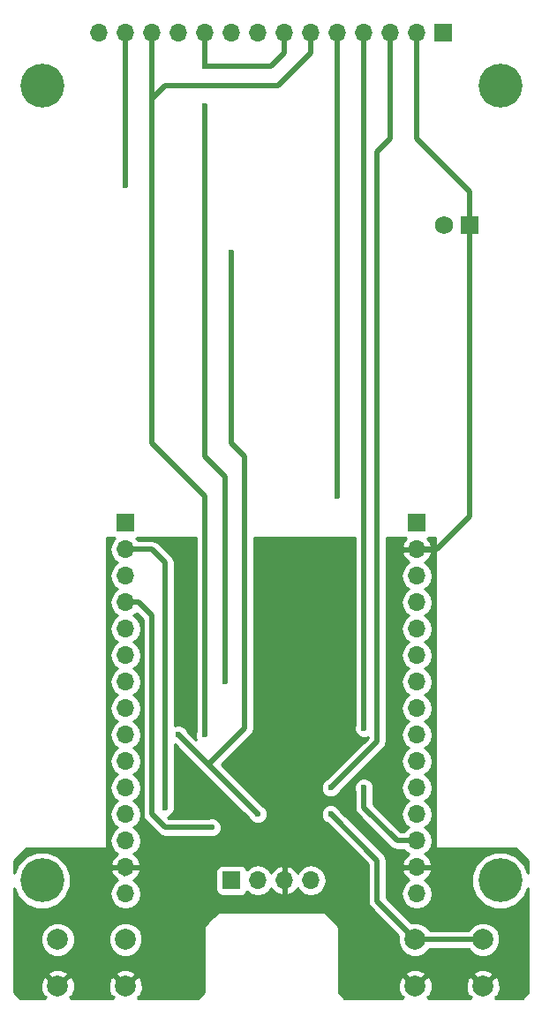
<source format=gbr>
G04 #@! TF.FileFunction,Copper,L2,Bot,Signal*
%FSLAX46Y46*%
G04 Gerber Fmt 4.6, Leading zero omitted, Abs format (unit mm)*
G04 Created by KiCad (PCBNEW 4.0.7) date 12/22/18 00:45:09*
%MOMM*%
%LPD*%
G01*
G04 APERTURE LIST*
%ADD10C,0.100000*%
%ADD11C,4.200000*%
%ADD12R,1.700000X1.700000*%
%ADD13O,1.700000X1.700000*%
%ADD14R,1.750000X1.750000*%
%ADD15C,1.750000*%
%ADD16C,2.000000*%
%ADD17C,0.600000*%
%ADD18C,0.500000*%
%ADD19C,0.350000*%
%ADD20C,0.254000*%
G04 APERTURE END LIST*
D10*
D11*
X67564000Y-135255000D03*
X67564000Y-59055000D03*
X111506000Y-59055000D03*
D12*
X85725000Y-135255000D03*
D13*
X88265000Y-135255000D03*
X90805000Y-135255000D03*
X93345000Y-135255000D03*
D12*
X103505000Y-100965000D03*
D13*
X103505000Y-103505000D03*
X103505000Y-106045000D03*
X103505000Y-108585000D03*
X103505000Y-111125000D03*
X103505000Y-113665000D03*
X103505000Y-116205000D03*
X103505000Y-118745000D03*
X103505000Y-121285000D03*
X103505000Y-123825000D03*
X103505000Y-126365000D03*
X103505000Y-128905000D03*
X103505000Y-131445000D03*
X103505000Y-133985000D03*
X103505000Y-136525000D03*
D12*
X75565000Y-100965000D03*
D13*
X75565000Y-103505000D03*
X75565000Y-106045000D03*
X75565000Y-108585000D03*
X75565000Y-111125000D03*
X75565000Y-113665000D03*
X75565000Y-116205000D03*
X75565000Y-118745000D03*
X75565000Y-121285000D03*
X75565000Y-123825000D03*
X75565000Y-126365000D03*
X75565000Y-128905000D03*
X75565000Y-131445000D03*
X75565000Y-133985000D03*
X75565000Y-136525000D03*
D11*
X111506000Y-135255000D03*
D14*
X108585000Y-72390000D03*
D15*
X106085000Y-72390000D03*
D12*
X106045000Y-53975000D03*
D13*
X103505000Y-53975000D03*
X100965000Y-53975000D03*
X98425000Y-53975000D03*
X95885000Y-53975000D03*
X93345000Y-53975000D03*
X90805000Y-53975000D03*
X88265000Y-53975000D03*
X85725000Y-53975000D03*
X83185000Y-53975000D03*
X80645000Y-53975000D03*
X78105000Y-53975000D03*
X75565000Y-53975000D03*
X73025000Y-53975000D03*
D16*
X109855000Y-140915000D03*
X109855000Y-145415000D03*
X103355000Y-140915000D03*
X103355000Y-145415000D03*
X75565000Y-140915000D03*
X75565000Y-145415000D03*
X69065000Y-140915000D03*
X69065000Y-145415000D03*
D17*
X89535000Y-103505000D03*
X81280000Y-103505000D03*
X79375000Y-128270000D03*
X95885000Y-98425000D03*
X83185000Y-57150000D03*
X83185000Y-60960000D03*
X85090000Y-116205000D03*
X98425000Y-126365000D03*
X98425000Y-120650000D03*
X95250000Y-126365000D03*
X85725000Y-75025000D03*
X75565000Y-68580000D03*
X95250000Y-128905000D03*
X88265000Y-128905000D03*
X80645000Y-121285000D03*
X83820000Y-130175000D03*
X83185000Y-121285000D03*
D18*
X78105000Y-103505000D02*
X75565000Y-103505000D01*
X79375000Y-104775000D02*
X78105000Y-103505000D01*
X79375000Y-128270000D02*
X79375000Y-104775000D01*
X108585000Y-72390000D02*
X108585000Y-100330000D01*
X105410000Y-103505000D02*
X103505000Y-103505000D01*
X108585000Y-100330000D02*
X105410000Y-103505000D01*
X103505000Y-53975000D02*
X103505000Y-64135000D01*
X108585000Y-69215000D02*
X108585000Y-72390000D01*
X103505000Y-64135000D02*
X108585000Y-69215000D01*
D19*
X75501500Y-134048500D02*
X75501500Y-134683500D01*
X75501500Y-134048500D02*
X76136500Y-134048500D01*
D18*
X95885000Y-98425000D02*
X95885000Y-53975000D01*
X90805000Y-53975000D02*
X90805000Y-55880000D01*
X89535000Y-57150000D02*
X83185000Y-57150000D01*
X90805000Y-55880000D02*
X89535000Y-57150000D01*
X83185000Y-57150000D02*
X83185000Y-53975000D01*
X83185000Y-94615000D02*
X83185000Y-60960000D01*
X85090000Y-96520000D02*
X83185000Y-94615000D01*
X85090000Y-116205000D02*
X85090000Y-96520000D01*
X98425000Y-53975000D02*
X98425000Y-120650000D01*
X101600000Y-131445000D02*
X103505000Y-131445000D01*
X98425000Y-128270000D02*
X101600000Y-131445000D01*
X98425000Y-126365000D02*
X98425000Y-128270000D01*
X100965000Y-64135000D02*
X100965000Y-53975000D01*
X99695000Y-65405000D02*
X100965000Y-64135000D01*
X99695000Y-121920000D02*
X99695000Y-65405000D01*
X95250000Y-126365000D02*
X99695000Y-121920000D01*
X86995000Y-94615000D02*
X86995000Y-120650000D01*
X85725000Y-75025000D02*
X85725000Y-93345000D01*
X85725000Y-93345000D02*
X86995000Y-94615000D01*
X75565000Y-53975000D02*
X75565000Y-68580000D01*
X86995000Y-120650000D02*
X83502500Y-124142500D01*
X99695000Y-137255000D02*
X103355000Y-140915000D01*
X99695000Y-133350000D02*
X99695000Y-137255000D01*
X95250000Y-128905000D02*
X99695000Y-133350000D01*
X80645000Y-121285000D02*
X83502500Y-124142500D01*
X83502500Y-124142500D02*
X88265000Y-128905000D01*
X103355000Y-140915000D02*
X109855000Y-140915000D01*
X78105000Y-128905000D02*
X78105000Y-109855000D01*
X79375000Y-130175000D02*
X78105000Y-128905000D01*
X83820000Y-130175000D02*
X79375000Y-130175000D01*
X76835000Y-108585000D02*
X75565000Y-108585000D01*
X78105000Y-109855000D02*
X76835000Y-108585000D01*
X93345000Y-53975000D02*
X93345000Y-55880000D01*
X79375000Y-59055000D02*
X78105000Y-60325000D01*
X90170000Y-59055000D02*
X79375000Y-59055000D01*
X93345000Y-55880000D02*
X90170000Y-59055000D01*
X78105000Y-93345000D02*
X78105000Y-60325000D01*
X78105000Y-60325000D02*
X78105000Y-53975000D01*
X83185000Y-98425000D02*
X78105000Y-93345000D01*
X83185000Y-121285000D02*
X83185000Y-98425000D01*
D20*
G36*
X74463110Y-102411431D02*
X74530541Y-102425086D01*
X74485853Y-102454946D01*
X74163946Y-102936715D01*
X74050907Y-103505000D01*
X74163946Y-104073285D01*
X74485853Y-104555054D01*
X74815026Y-104775000D01*
X74485853Y-104994946D01*
X74163946Y-105476715D01*
X74050907Y-106045000D01*
X74163946Y-106613285D01*
X74485853Y-107095054D01*
X74815026Y-107315000D01*
X74485853Y-107534946D01*
X74163946Y-108016715D01*
X74050907Y-108585000D01*
X74163946Y-109153285D01*
X74485853Y-109635054D01*
X74815026Y-109855000D01*
X74485853Y-110074946D01*
X74163946Y-110556715D01*
X74050907Y-111125000D01*
X74163946Y-111693285D01*
X74485853Y-112175054D01*
X74815026Y-112395000D01*
X74485853Y-112614946D01*
X74163946Y-113096715D01*
X74050907Y-113665000D01*
X74163946Y-114233285D01*
X74485853Y-114715054D01*
X74815026Y-114935000D01*
X74485853Y-115154946D01*
X74163946Y-115636715D01*
X74050907Y-116205000D01*
X74163946Y-116773285D01*
X74485853Y-117255054D01*
X74815026Y-117475000D01*
X74485853Y-117694946D01*
X74163946Y-118176715D01*
X74050907Y-118745000D01*
X74163946Y-119313285D01*
X74485853Y-119795054D01*
X74815026Y-120015000D01*
X74485853Y-120234946D01*
X74163946Y-120716715D01*
X74050907Y-121285000D01*
X74163946Y-121853285D01*
X74485853Y-122335054D01*
X74815026Y-122555000D01*
X74485853Y-122774946D01*
X74163946Y-123256715D01*
X74050907Y-123825000D01*
X74163946Y-124393285D01*
X74485853Y-124875054D01*
X74815026Y-125095000D01*
X74485853Y-125314946D01*
X74163946Y-125796715D01*
X74050907Y-126365000D01*
X74163946Y-126933285D01*
X74485853Y-127415054D01*
X74815026Y-127635000D01*
X74485853Y-127854946D01*
X74163946Y-128336715D01*
X74050907Y-128905000D01*
X74163946Y-129473285D01*
X74485853Y-129955054D01*
X74815026Y-130175000D01*
X74485853Y-130394946D01*
X74163946Y-130876715D01*
X74050907Y-131445000D01*
X74163946Y-132013285D01*
X74485853Y-132495054D01*
X74826553Y-132722702D01*
X74683642Y-132789817D01*
X74293355Y-133218076D01*
X74123524Y-133628110D01*
X74244845Y-133858000D01*
X75438000Y-133858000D01*
X75438000Y-133838000D01*
X75692000Y-133838000D01*
X75692000Y-133858000D01*
X76885155Y-133858000D01*
X77006476Y-133628110D01*
X76836645Y-133218076D01*
X76446358Y-132789817D01*
X76303447Y-132722702D01*
X76644147Y-132495054D01*
X76966054Y-132013285D01*
X77079093Y-131445000D01*
X76966054Y-130876715D01*
X76644147Y-130394946D01*
X76314974Y-130175000D01*
X76644147Y-129955054D01*
X76966054Y-129473285D01*
X77079093Y-128905000D01*
X76966054Y-128336715D01*
X76644147Y-127854946D01*
X76314974Y-127635000D01*
X76644147Y-127415054D01*
X76966054Y-126933285D01*
X77079093Y-126365000D01*
X76966054Y-125796715D01*
X76644147Y-125314946D01*
X76314974Y-125095000D01*
X76644147Y-124875054D01*
X76966054Y-124393285D01*
X77079093Y-123825000D01*
X76966054Y-123256715D01*
X76644147Y-122774946D01*
X76314974Y-122555000D01*
X76644147Y-122335054D01*
X76966054Y-121853285D01*
X77079093Y-121285000D01*
X76966054Y-120716715D01*
X76644147Y-120234946D01*
X76314974Y-120015000D01*
X76644147Y-119795054D01*
X76966054Y-119313285D01*
X77079093Y-118745000D01*
X76966054Y-118176715D01*
X76644147Y-117694946D01*
X76314974Y-117475000D01*
X76644147Y-117255054D01*
X76966054Y-116773285D01*
X77079093Y-116205000D01*
X76966054Y-115636715D01*
X76644147Y-115154946D01*
X76314974Y-114935000D01*
X76644147Y-114715054D01*
X76966054Y-114233285D01*
X77079093Y-113665000D01*
X76966054Y-113096715D01*
X76644147Y-112614946D01*
X76314974Y-112395000D01*
X76644147Y-112175054D01*
X76966054Y-111693285D01*
X77079093Y-111125000D01*
X76966054Y-110556715D01*
X76644147Y-110074946D01*
X76314974Y-109855000D01*
X76637749Y-109639329D01*
X77220000Y-110221579D01*
X77220000Y-128904995D01*
X77219999Y-128905000D01*
X77269728Y-129155000D01*
X77287367Y-129243675D01*
X77415424Y-129435327D01*
X77479210Y-129530790D01*
X78749208Y-130800787D01*
X78749210Y-130800790D01*
X78998250Y-130967192D01*
X79036325Y-130992633D01*
X79375000Y-131060001D01*
X79375005Y-131060000D01*
X83513178Y-131060000D01*
X83633201Y-131109838D01*
X84005167Y-131110162D01*
X84348943Y-130968117D01*
X84612192Y-130705327D01*
X84754838Y-130361799D01*
X84755162Y-129989833D01*
X84613117Y-129646057D01*
X84350327Y-129382808D01*
X84006799Y-129240162D01*
X83634833Y-129239838D01*
X83513431Y-129290000D01*
X79741579Y-129290000D01*
X79628505Y-129176925D01*
X79903943Y-129063117D01*
X80167192Y-128800327D01*
X80309838Y-128456799D01*
X80310162Y-128084833D01*
X80260000Y-127963431D01*
X80260000Y-122151580D01*
X82876708Y-124768287D01*
X82876710Y-124768290D01*
X87422255Y-129313834D01*
X87471883Y-129433943D01*
X87734673Y-129697192D01*
X88078201Y-129839838D01*
X88450167Y-129840162D01*
X88793943Y-129698117D01*
X89057192Y-129435327D01*
X89199838Y-129091799D01*
X89199839Y-129090167D01*
X94314838Y-129090167D01*
X94456883Y-129433943D01*
X94719673Y-129697192D01*
X94840986Y-129747566D01*
X98810000Y-133716579D01*
X98810000Y-137254995D01*
X98809999Y-137255000D01*
X98866190Y-137537484D01*
X98877367Y-137593675D01*
X99069210Y-137880790D01*
X101736858Y-140548437D01*
X101720284Y-140588352D01*
X101719716Y-141238795D01*
X101968106Y-141839943D01*
X102427637Y-142300278D01*
X103028352Y-142549716D01*
X103678795Y-142550284D01*
X104279943Y-142301894D01*
X104740278Y-141842363D01*
X104757869Y-141800000D01*
X108451602Y-141800000D01*
X108468106Y-141839943D01*
X108927637Y-142300278D01*
X109528352Y-142549716D01*
X110178795Y-142550284D01*
X110779943Y-142301894D01*
X111240278Y-141842363D01*
X111489716Y-141241648D01*
X111490284Y-140591205D01*
X111241894Y-139990057D01*
X110782363Y-139529722D01*
X110181648Y-139280284D01*
X109531205Y-139279716D01*
X108930057Y-139528106D01*
X108469722Y-139987637D01*
X108452131Y-140030000D01*
X104758398Y-140030000D01*
X104741894Y-139990057D01*
X104282363Y-139529722D01*
X103681648Y-139280284D01*
X103031205Y-139279716D01*
X102988812Y-139297233D01*
X100580000Y-136888420D01*
X100580000Y-136525000D01*
X101990907Y-136525000D01*
X102103946Y-137093285D01*
X102425853Y-137575054D01*
X102907622Y-137896961D01*
X103475907Y-138010000D01*
X103534093Y-138010000D01*
X104102378Y-137896961D01*
X104584147Y-137575054D01*
X104906054Y-137093285D01*
X105019093Y-136525000D01*
X104906054Y-135956715D01*
X104584147Y-135474946D01*
X104243447Y-135247298D01*
X104386358Y-135180183D01*
X104776645Y-134751924D01*
X104946476Y-134341890D01*
X104825155Y-134112000D01*
X103632000Y-134112000D01*
X103632000Y-134132000D01*
X103378000Y-134132000D01*
X103378000Y-134112000D01*
X102184845Y-134112000D01*
X102063524Y-134341890D01*
X102233355Y-134751924D01*
X102623642Y-135180183D01*
X102766553Y-135247298D01*
X102425853Y-135474946D01*
X102103946Y-135956715D01*
X101990907Y-136525000D01*
X100580000Y-136525000D01*
X100580000Y-133350005D01*
X100580001Y-133350000D01*
X100512633Y-133011325D01*
X100461653Y-132935028D01*
X100320790Y-132724210D01*
X100320787Y-132724208D01*
X96092744Y-128496164D01*
X96043117Y-128376057D01*
X95780327Y-128112808D01*
X95436799Y-127970162D01*
X95064833Y-127969838D01*
X94721057Y-128111883D01*
X94457808Y-128374673D01*
X94315162Y-128718201D01*
X94314838Y-129090167D01*
X89199839Y-129090167D01*
X89200162Y-128719833D01*
X89058117Y-128376057D01*
X88795327Y-128112808D01*
X88674013Y-128062434D01*
X84754080Y-124142500D01*
X87620787Y-121275792D01*
X87620790Y-121275790D01*
X87812633Y-120988675D01*
X87823810Y-120932484D01*
X87880001Y-120650000D01*
X87880000Y-120649995D01*
X87880000Y-102362000D01*
X97540000Y-102362000D01*
X97540000Y-120343178D01*
X97490162Y-120463201D01*
X97489838Y-120835167D01*
X97631883Y-121178943D01*
X97894673Y-121442192D01*
X98238201Y-121584838D01*
X98610167Y-121585162D01*
X98810000Y-121502593D01*
X98810000Y-121553421D01*
X94841164Y-125522256D01*
X94721057Y-125571883D01*
X94457808Y-125834673D01*
X94315162Y-126178201D01*
X94314838Y-126550167D01*
X94456883Y-126893943D01*
X94719673Y-127157192D01*
X95063201Y-127299838D01*
X95435167Y-127300162D01*
X95778943Y-127158117D01*
X96042192Y-126895327D01*
X96092566Y-126774014D01*
X96316412Y-126550167D01*
X97489838Y-126550167D01*
X97540000Y-126671569D01*
X97540000Y-128269995D01*
X97539999Y-128270000D01*
X97596190Y-128552484D01*
X97607367Y-128608675D01*
X97735424Y-128800327D01*
X97799210Y-128895790D01*
X100974208Y-132070787D01*
X100974210Y-132070790D01*
X101261325Y-132262633D01*
X101317516Y-132273810D01*
X101600000Y-132330001D01*
X101600005Y-132330000D01*
X102315568Y-132330000D01*
X102425853Y-132495054D01*
X102766553Y-132722702D01*
X102623642Y-132789817D01*
X102233355Y-133218076D01*
X102063524Y-133628110D01*
X102184845Y-133858000D01*
X103378000Y-133858000D01*
X103378000Y-133838000D01*
X103632000Y-133838000D01*
X103632000Y-133858000D01*
X104825155Y-133858000D01*
X104946476Y-133628110D01*
X104776645Y-133218076D01*
X104386358Y-132789817D01*
X104243447Y-132722702D01*
X104584147Y-132495054D01*
X104906054Y-132013285D01*
X105019093Y-131445000D01*
X104906054Y-130876715D01*
X104584147Y-130394946D01*
X104254974Y-130175000D01*
X104584147Y-129955054D01*
X104906054Y-129473285D01*
X105019093Y-128905000D01*
X104906054Y-128336715D01*
X104584147Y-127854946D01*
X104254974Y-127635000D01*
X104584147Y-127415054D01*
X104906054Y-126933285D01*
X105019093Y-126365000D01*
X104906054Y-125796715D01*
X104584147Y-125314946D01*
X104254974Y-125095000D01*
X104584147Y-124875054D01*
X104906054Y-124393285D01*
X105019093Y-123825000D01*
X104906054Y-123256715D01*
X104584147Y-122774946D01*
X104254974Y-122555000D01*
X104584147Y-122335054D01*
X104906054Y-121853285D01*
X105019093Y-121285000D01*
X104906054Y-120716715D01*
X104584147Y-120234946D01*
X104254974Y-120015000D01*
X104584147Y-119795054D01*
X104906054Y-119313285D01*
X105019093Y-118745000D01*
X104906054Y-118176715D01*
X104584147Y-117694946D01*
X104254974Y-117475000D01*
X104584147Y-117255054D01*
X104906054Y-116773285D01*
X105019093Y-116205000D01*
X104906054Y-115636715D01*
X104584147Y-115154946D01*
X104254974Y-114935000D01*
X104584147Y-114715054D01*
X104906054Y-114233285D01*
X105019093Y-113665000D01*
X104906054Y-113096715D01*
X104584147Y-112614946D01*
X104254974Y-112395000D01*
X104584147Y-112175054D01*
X104906054Y-111693285D01*
X105019093Y-111125000D01*
X104906054Y-110556715D01*
X104584147Y-110074946D01*
X104254974Y-109855000D01*
X104584147Y-109635054D01*
X104906054Y-109153285D01*
X105019093Y-108585000D01*
X104906054Y-108016715D01*
X104584147Y-107534946D01*
X104254974Y-107315000D01*
X104584147Y-107095054D01*
X104906054Y-106613285D01*
X105019093Y-106045000D01*
X104906054Y-105476715D01*
X104584147Y-104994946D01*
X104243447Y-104767298D01*
X104386358Y-104700183D01*
X104776645Y-104271924D01*
X104946476Y-103861890D01*
X104825155Y-103632000D01*
X103632000Y-103632000D01*
X103632000Y-103652000D01*
X103378000Y-103652000D01*
X103378000Y-103632000D01*
X102184845Y-103632000D01*
X102063524Y-103861890D01*
X102233355Y-104271924D01*
X102623642Y-104700183D01*
X102766553Y-104767298D01*
X102425853Y-104994946D01*
X102103946Y-105476715D01*
X101990907Y-106045000D01*
X102103946Y-106613285D01*
X102425853Y-107095054D01*
X102755026Y-107315000D01*
X102425853Y-107534946D01*
X102103946Y-108016715D01*
X101990907Y-108585000D01*
X102103946Y-109153285D01*
X102425853Y-109635054D01*
X102755026Y-109855000D01*
X102425853Y-110074946D01*
X102103946Y-110556715D01*
X101990907Y-111125000D01*
X102103946Y-111693285D01*
X102425853Y-112175054D01*
X102755026Y-112395000D01*
X102425853Y-112614946D01*
X102103946Y-113096715D01*
X101990907Y-113665000D01*
X102103946Y-114233285D01*
X102425853Y-114715054D01*
X102755026Y-114935000D01*
X102425853Y-115154946D01*
X102103946Y-115636715D01*
X101990907Y-116205000D01*
X102103946Y-116773285D01*
X102425853Y-117255054D01*
X102755026Y-117475000D01*
X102425853Y-117694946D01*
X102103946Y-118176715D01*
X101990907Y-118745000D01*
X102103946Y-119313285D01*
X102425853Y-119795054D01*
X102755026Y-120015000D01*
X102425853Y-120234946D01*
X102103946Y-120716715D01*
X101990907Y-121285000D01*
X102103946Y-121853285D01*
X102425853Y-122335054D01*
X102755026Y-122555000D01*
X102425853Y-122774946D01*
X102103946Y-123256715D01*
X101990907Y-123825000D01*
X102103946Y-124393285D01*
X102425853Y-124875054D01*
X102755026Y-125095000D01*
X102425853Y-125314946D01*
X102103946Y-125796715D01*
X101990907Y-126365000D01*
X102103946Y-126933285D01*
X102425853Y-127415054D01*
X102755026Y-127635000D01*
X102425853Y-127854946D01*
X102103946Y-128336715D01*
X101990907Y-128905000D01*
X102103946Y-129473285D01*
X102425853Y-129955054D01*
X102755026Y-130175000D01*
X102425853Y-130394946D01*
X102315568Y-130560000D01*
X101966579Y-130560000D01*
X99310000Y-127903420D01*
X99310000Y-126671822D01*
X99359838Y-126551799D01*
X99360162Y-126179833D01*
X99218117Y-125836057D01*
X98955327Y-125572808D01*
X98611799Y-125430162D01*
X98239833Y-125429838D01*
X97896057Y-125571883D01*
X97632808Y-125834673D01*
X97490162Y-126178201D01*
X97489838Y-126550167D01*
X96316412Y-126550167D01*
X100320787Y-122545792D01*
X100320790Y-122545790D01*
X100512633Y-122258675D01*
X100543672Y-122102633D01*
X100580001Y-121920000D01*
X100580000Y-121919995D01*
X100580000Y-102362000D01*
X102330765Y-102362000D01*
X102403110Y-102411431D01*
X102511107Y-102433301D01*
X102233355Y-102738076D01*
X102063524Y-103148110D01*
X102184845Y-103378000D01*
X103378000Y-103378000D01*
X103378000Y-103358000D01*
X103632000Y-103358000D01*
X103632000Y-103378000D01*
X104825155Y-103378000D01*
X104946476Y-103148110D01*
X104776645Y-102738076D01*
X104500499Y-102435063D01*
X104590317Y-102418162D01*
X104677595Y-102362000D01*
X105283000Y-102362000D01*
X105283000Y-132080000D01*
X105293006Y-132129410D01*
X105321447Y-132171035D01*
X105363841Y-132198315D01*
X105410000Y-132207000D01*
X112977394Y-132207000D01*
X114173000Y-133402606D01*
X114173000Y-134547642D01*
X113825972Y-133707771D01*
X113057276Y-132937732D01*
X112052412Y-132520476D01*
X110964362Y-132519526D01*
X109958771Y-132935028D01*
X109188732Y-133703724D01*
X108771476Y-134708588D01*
X108770526Y-135796638D01*
X109186028Y-136802229D01*
X109954724Y-137572268D01*
X110959588Y-137989524D01*
X112047638Y-137990474D01*
X113053229Y-137574972D01*
X113823268Y-136806276D01*
X114173000Y-135964028D01*
X114173000Y-145997394D01*
X113612394Y-146558000D01*
X111066020Y-146558000D01*
X111121814Y-146502206D01*
X111007534Y-146387926D01*
X111274387Y-146289264D01*
X111500908Y-145679539D01*
X111476856Y-145029540D01*
X111274387Y-144540736D01*
X111007532Y-144442073D01*
X110034605Y-145415000D01*
X110048748Y-145429143D01*
X109869143Y-145608748D01*
X109855000Y-145594605D01*
X109840858Y-145608748D01*
X109661253Y-145429143D01*
X109675395Y-145415000D01*
X108702468Y-144442073D01*
X108435613Y-144540736D01*
X108209092Y-145150461D01*
X108233144Y-145800460D01*
X108435613Y-146289264D01*
X108702466Y-146387926D01*
X108588186Y-146502206D01*
X108643980Y-146558000D01*
X104566020Y-146558000D01*
X104621814Y-146502206D01*
X104507534Y-146387926D01*
X104774387Y-146289264D01*
X105000908Y-145679539D01*
X104976856Y-145029540D01*
X104774387Y-144540736D01*
X104507532Y-144442073D01*
X103534605Y-145415000D01*
X103548748Y-145429143D01*
X103369143Y-145608748D01*
X103355000Y-145594605D01*
X103340858Y-145608748D01*
X103161253Y-145429143D01*
X103175395Y-145415000D01*
X102202468Y-144442073D01*
X101935613Y-144540736D01*
X101709092Y-145150461D01*
X101733144Y-145800460D01*
X101935613Y-146289264D01*
X102202466Y-146387926D01*
X102088186Y-146502206D01*
X102143980Y-146558000D01*
X96572606Y-146558000D01*
X96012000Y-145997394D01*
X96012000Y-144262468D01*
X102382073Y-144262468D01*
X103355000Y-145235395D01*
X104327927Y-144262468D01*
X108882073Y-144262468D01*
X109855000Y-145235395D01*
X110827927Y-144262468D01*
X110729264Y-143995613D01*
X110119539Y-143769092D01*
X109469540Y-143793144D01*
X108980736Y-143995613D01*
X108882073Y-144262468D01*
X104327927Y-144262468D01*
X104229264Y-143995613D01*
X103619539Y-143769092D01*
X102969540Y-143793144D01*
X102480736Y-143995613D01*
X102382073Y-144262468D01*
X96012000Y-144262468D01*
X96012000Y-139700000D01*
X96001994Y-139650590D01*
X95974803Y-139610197D01*
X95591695Y-139227089D01*
X95468370Y-139042520D01*
X95272480Y-138846630D01*
X95087912Y-138723306D01*
X94704803Y-138340197D01*
X94662789Y-138312334D01*
X94615000Y-138303000D01*
X84455000Y-138303000D01*
X84405590Y-138313006D01*
X84365197Y-138340197D01*
X83982089Y-138723305D01*
X83797520Y-138846630D01*
X83601630Y-139042520D01*
X83478306Y-139227088D01*
X83095197Y-139610197D01*
X83067334Y-139652211D01*
X83058000Y-139700000D01*
X83058000Y-145997394D01*
X82497394Y-146558000D01*
X76776020Y-146558000D01*
X76831814Y-146502206D01*
X76717534Y-146387926D01*
X76984387Y-146289264D01*
X77210908Y-145679539D01*
X77186856Y-145029540D01*
X76984387Y-144540736D01*
X76717532Y-144442073D01*
X75744605Y-145415000D01*
X75758748Y-145429143D01*
X75579143Y-145608748D01*
X75565000Y-145594605D01*
X75550858Y-145608748D01*
X75371253Y-145429143D01*
X75385395Y-145415000D01*
X74412468Y-144442073D01*
X74145613Y-144540736D01*
X73919092Y-145150461D01*
X73943144Y-145800460D01*
X74145613Y-146289264D01*
X74412466Y-146387926D01*
X74298186Y-146502206D01*
X74353980Y-146558000D01*
X70276020Y-146558000D01*
X70331814Y-146502206D01*
X70217534Y-146387926D01*
X70484387Y-146289264D01*
X70710908Y-145679539D01*
X70686856Y-145029540D01*
X70484387Y-144540736D01*
X70217532Y-144442073D01*
X69244605Y-145415000D01*
X69258748Y-145429143D01*
X69079143Y-145608748D01*
X69065000Y-145594605D01*
X69050858Y-145608748D01*
X68871253Y-145429143D01*
X68885395Y-145415000D01*
X67912468Y-144442073D01*
X67645613Y-144540736D01*
X67419092Y-145150461D01*
X67443144Y-145800460D01*
X67645613Y-146289264D01*
X67912466Y-146387926D01*
X67798186Y-146502206D01*
X67853980Y-146558000D01*
X65457606Y-146558000D01*
X64897000Y-145997394D01*
X64897000Y-144262468D01*
X68092073Y-144262468D01*
X69065000Y-145235395D01*
X70037927Y-144262468D01*
X74592073Y-144262468D01*
X75565000Y-145235395D01*
X76537927Y-144262468D01*
X76439264Y-143995613D01*
X75829539Y-143769092D01*
X75179540Y-143793144D01*
X74690736Y-143995613D01*
X74592073Y-144262468D01*
X70037927Y-144262468D01*
X69939264Y-143995613D01*
X69329539Y-143769092D01*
X68679540Y-143793144D01*
X68190736Y-143995613D01*
X68092073Y-144262468D01*
X64897000Y-144262468D01*
X64897000Y-141238795D01*
X67429716Y-141238795D01*
X67678106Y-141839943D01*
X68137637Y-142300278D01*
X68738352Y-142549716D01*
X69388795Y-142550284D01*
X69989943Y-142301894D01*
X70450278Y-141842363D01*
X70699716Y-141241648D01*
X70699718Y-141238795D01*
X73929716Y-141238795D01*
X74178106Y-141839943D01*
X74637637Y-142300278D01*
X75238352Y-142549716D01*
X75888795Y-142550284D01*
X76489943Y-142301894D01*
X76950278Y-141842363D01*
X77199716Y-141241648D01*
X77200284Y-140591205D01*
X76951894Y-139990057D01*
X76492363Y-139529722D01*
X75891648Y-139280284D01*
X75241205Y-139279716D01*
X74640057Y-139528106D01*
X74179722Y-139987637D01*
X73930284Y-140588352D01*
X73929716Y-141238795D01*
X70699718Y-141238795D01*
X70700284Y-140591205D01*
X70451894Y-139990057D01*
X69992363Y-139529722D01*
X69391648Y-139280284D01*
X68741205Y-139279716D01*
X68140057Y-139528106D01*
X67679722Y-139987637D01*
X67430284Y-140588352D01*
X67429716Y-141238795D01*
X64897000Y-141238795D01*
X64897000Y-135962358D01*
X65244028Y-136802229D01*
X66012724Y-137572268D01*
X67017588Y-137989524D01*
X68105638Y-137990474D01*
X69111229Y-137574972D01*
X69881268Y-136806276D01*
X69998064Y-136525000D01*
X74050907Y-136525000D01*
X74163946Y-137093285D01*
X74485853Y-137575054D01*
X74967622Y-137896961D01*
X75535907Y-138010000D01*
X75594093Y-138010000D01*
X76162378Y-137896961D01*
X76644147Y-137575054D01*
X76966054Y-137093285D01*
X77079093Y-136525000D01*
X76966054Y-135956715D01*
X76644147Y-135474946D01*
X76303447Y-135247298D01*
X76446358Y-135180183D01*
X76836645Y-134751924D01*
X76980336Y-134405000D01*
X84227560Y-134405000D01*
X84227560Y-136105000D01*
X84271838Y-136340317D01*
X84410910Y-136556441D01*
X84623110Y-136701431D01*
X84875000Y-136752440D01*
X86575000Y-136752440D01*
X86810317Y-136708162D01*
X87026441Y-136569090D01*
X87171431Y-136356890D01*
X87185086Y-136289459D01*
X87214946Y-136334147D01*
X87696715Y-136656054D01*
X88265000Y-136769093D01*
X88833285Y-136656054D01*
X89315054Y-136334147D01*
X89542702Y-135993447D01*
X89609817Y-136136358D01*
X90038076Y-136526645D01*
X90448110Y-136696476D01*
X90678000Y-136575155D01*
X90678000Y-135382000D01*
X90658000Y-135382000D01*
X90658000Y-135128000D01*
X90678000Y-135128000D01*
X90678000Y-133934845D01*
X90932000Y-133934845D01*
X90932000Y-135128000D01*
X90952000Y-135128000D01*
X90952000Y-135382000D01*
X90932000Y-135382000D01*
X90932000Y-136575155D01*
X91161890Y-136696476D01*
X91571924Y-136526645D01*
X92000183Y-136136358D01*
X92067298Y-135993447D01*
X92294946Y-136334147D01*
X92776715Y-136656054D01*
X93345000Y-136769093D01*
X93913285Y-136656054D01*
X94395054Y-136334147D01*
X94716961Y-135852378D01*
X94830000Y-135284093D01*
X94830000Y-135225907D01*
X94716961Y-134657622D01*
X94395054Y-134175853D01*
X93913285Y-133853946D01*
X93345000Y-133740907D01*
X92776715Y-133853946D01*
X92294946Y-134175853D01*
X92067298Y-134516553D01*
X92000183Y-134373642D01*
X91571924Y-133983355D01*
X91161890Y-133813524D01*
X90932000Y-133934845D01*
X90678000Y-133934845D01*
X90448110Y-133813524D01*
X90038076Y-133983355D01*
X89609817Y-134373642D01*
X89542702Y-134516553D01*
X89315054Y-134175853D01*
X88833285Y-133853946D01*
X88265000Y-133740907D01*
X87696715Y-133853946D01*
X87214946Y-134175853D01*
X87187150Y-134217452D01*
X87178162Y-134169683D01*
X87039090Y-133953559D01*
X86826890Y-133808569D01*
X86575000Y-133757560D01*
X84875000Y-133757560D01*
X84639683Y-133801838D01*
X84423559Y-133940910D01*
X84278569Y-134153110D01*
X84227560Y-134405000D01*
X76980336Y-134405000D01*
X77006476Y-134341890D01*
X76885155Y-134112000D01*
X75692000Y-134112000D01*
X75692000Y-134132000D01*
X75438000Y-134132000D01*
X75438000Y-134112000D01*
X74244845Y-134112000D01*
X74123524Y-134341890D01*
X74293355Y-134751924D01*
X74683642Y-135180183D01*
X74826553Y-135247298D01*
X74485853Y-135474946D01*
X74163946Y-135956715D01*
X74050907Y-136525000D01*
X69998064Y-136525000D01*
X70298524Y-135801412D01*
X70299474Y-134713362D01*
X69883972Y-133707771D01*
X69115276Y-132937732D01*
X68110412Y-132520476D01*
X67022362Y-132519526D01*
X66016771Y-132935028D01*
X65246732Y-133703724D01*
X64897000Y-134545972D01*
X64897000Y-133402606D01*
X66092606Y-132207000D01*
X73660000Y-132207000D01*
X73709410Y-132196994D01*
X73751035Y-132168553D01*
X73778315Y-132126159D01*
X73787000Y-132080000D01*
X73787000Y-102362000D01*
X74390765Y-102362000D01*
X74463110Y-102411431D01*
X74463110Y-102411431D01*
G37*
X74463110Y-102411431D02*
X74530541Y-102425086D01*
X74485853Y-102454946D01*
X74163946Y-102936715D01*
X74050907Y-103505000D01*
X74163946Y-104073285D01*
X74485853Y-104555054D01*
X74815026Y-104775000D01*
X74485853Y-104994946D01*
X74163946Y-105476715D01*
X74050907Y-106045000D01*
X74163946Y-106613285D01*
X74485853Y-107095054D01*
X74815026Y-107315000D01*
X74485853Y-107534946D01*
X74163946Y-108016715D01*
X74050907Y-108585000D01*
X74163946Y-109153285D01*
X74485853Y-109635054D01*
X74815026Y-109855000D01*
X74485853Y-110074946D01*
X74163946Y-110556715D01*
X74050907Y-111125000D01*
X74163946Y-111693285D01*
X74485853Y-112175054D01*
X74815026Y-112395000D01*
X74485853Y-112614946D01*
X74163946Y-113096715D01*
X74050907Y-113665000D01*
X74163946Y-114233285D01*
X74485853Y-114715054D01*
X74815026Y-114935000D01*
X74485853Y-115154946D01*
X74163946Y-115636715D01*
X74050907Y-116205000D01*
X74163946Y-116773285D01*
X74485853Y-117255054D01*
X74815026Y-117475000D01*
X74485853Y-117694946D01*
X74163946Y-118176715D01*
X74050907Y-118745000D01*
X74163946Y-119313285D01*
X74485853Y-119795054D01*
X74815026Y-120015000D01*
X74485853Y-120234946D01*
X74163946Y-120716715D01*
X74050907Y-121285000D01*
X74163946Y-121853285D01*
X74485853Y-122335054D01*
X74815026Y-122555000D01*
X74485853Y-122774946D01*
X74163946Y-123256715D01*
X74050907Y-123825000D01*
X74163946Y-124393285D01*
X74485853Y-124875054D01*
X74815026Y-125095000D01*
X74485853Y-125314946D01*
X74163946Y-125796715D01*
X74050907Y-126365000D01*
X74163946Y-126933285D01*
X74485853Y-127415054D01*
X74815026Y-127635000D01*
X74485853Y-127854946D01*
X74163946Y-128336715D01*
X74050907Y-128905000D01*
X74163946Y-129473285D01*
X74485853Y-129955054D01*
X74815026Y-130175000D01*
X74485853Y-130394946D01*
X74163946Y-130876715D01*
X74050907Y-131445000D01*
X74163946Y-132013285D01*
X74485853Y-132495054D01*
X74826553Y-132722702D01*
X74683642Y-132789817D01*
X74293355Y-133218076D01*
X74123524Y-133628110D01*
X74244845Y-133858000D01*
X75438000Y-133858000D01*
X75438000Y-133838000D01*
X75692000Y-133838000D01*
X75692000Y-133858000D01*
X76885155Y-133858000D01*
X77006476Y-133628110D01*
X76836645Y-133218076D01*
X76446358Y-132789817D01*
X76303447Y-132722702D01*
X76644147Y-132495054D01*
X76966054Y-132013285D01*
X77079093Y-131445000D01*
X76966054Y-130876715D01*
X76644147Y-130394946D01*
X76314974Y-130175000D01*
X76644147Y-129955054D01*
X76966054Y-129473285D01*
X77079093Y-128905000D01*
X76966054Y-128336715D01*
X76644147Y-127854946D01*
X76314974Y-127635000D01*
X76644147Y-127415054D01*
X76966054Y-126933285D01*
X77079093Y-126365000D01*
X76966054Y-125796715D01*
X76644147Y-125314946D01*
X76314974Y-125095000D01*
X76644147Y-124875054D01*
X76966054Y-124393285D01*
X77079093Y-123825000D01*
X76966054Y-123256715D01*
X76644147Y-122774946D01*
X76314974Y-122555000D01*
X76644147Y-122335054D01*
X76966054Y-121853285D01*
X77079093Y-121285000D01*
X76966054Y-120716715D01*
X76644147Y-120234946D01*
X76314974Y-120015000D01*
X76644147Y-119795054D01*
X76966054Y-119313285D01*
X77079093Y-118745000D01*
X76966054Y-118176715D01*
X76644147Y-117694946D01*
X76314974Y-117475000D01*
X76644147Y-117255054D01*
X76966054Y-116773285D01*
X77079093Y-116205000D01*
X76966054Y-115636715D01*
X76644147Y-115154946D01*
X76314974Y-114935000D01*
X76644147Y-114715054D01*
X76966054Y-114233285D01*
X77079093Y-113665000D01*
X76966054Y-113096715D01*
X76644147Y-112614946D01*
X76314974Y-112395000D01*
X76644147Y-112175054D01*
X76966054Y-111693285D01*
X77079093Y-111125000D01*
X76966054Y-110556715D01*
X76644147Y-110074946D01*
X76314974Y-109855000D01*
X76637749Y-109639329D01*
X77220000Y-110221579D01*
X77220000Y-128904995D01*
X77219999Y-128905000D01*
X77269728Y-129155000D01*
X77287367Y-129243675D01*
X77415424Y-129435327D01*
X77479210Y-129530790D01*
X78749208Y-130800787D01*
X78749210Y-130800790D01*
X78998250Y-130967192D01*
X79036325Y-130992633D01*
X79375000Y-131060001D01*
X79375005Y-131060000D01*
X83513178Y-131060000D01*
X83633201Y-131109838D01*
X84005167Y-131110162D01*
X84348943Y-130968117D01*
X84612192Y-130705327D01*
X84754838Y-130361799D01*
X84755162Y-129989833D01*
X84613117Y-129646057D01*
X84350327Y-129382808D01*
X84006799Y-129240162D01*
X83634833Y-129239838D01*
X83513431Y-129290000D01*
X79741579Y-129290000D01*
X79628505Y-129176925D01*
X79903943Y-129063117D01*
X80167192Y-128800327D01*
X80309838Y-128456799D01*
X80310162Y-128084833D01*
X80260000Y-127963431D01*
X80260000Y-122151580D01*
X82876708Y-124768287D01*
X82876710Y-124768290D01*
X87422255Y-129313834D01*
X87471883Y-129433943D01*
X87734673Y-129697192D01*
X88078201Y-129839838D01*
X88450167Y-129840162D01*
X88793943Y-129698117D01*
X89057192Y-129435327D01*
X89199838Y-129091799D01*
X89199839Y-129090167D01*
X94314838Y-129090167D01*
X94456883Y-129433943D01*
X94719673Y-129697192D01*
X94840986Y-129747566D01*
X98810000Y-133716579D01*
X98810000Y-137254995D01*
X98809999Y-137255000D01*
X98866190Y-137537484D01*
X98877367Y-137593675D01*
X99069210Y-137880790D01*
X101736858Y-140548437D01*
X101720284Y-140588352D01*
X101719716Y-141238795D01*
X101968106Y-141839943D01*
X102427637Y-142300278D01*
X103028352Y-142549716D01*
X103678795Y-142550284D01*
X104279943Y-142301894D01*
X104740278Y-141842363D01*
X104757869Y-141800000D01*
X108451602Y-141800000D01*
X108468106Y-141839943D01*
X108927637Y-142300278D01*
X109528352Y-142549716D01*
X110178795Y-142550284D01*
X110779943Y-142301894D01*
X111240278Y-141842363D01*
X111489716Y-141241648D01*
X111490284Y-140591205D01*
X111241894Y-139990057D01*
X110782363Y-139529722D01*
X110181648Y-139280284D01*
X109531205Y-139279716D01*
X108930057Y-139528106D01*
X108469722Y-139987637D01*
X108452131Y-140030000D01*
X104758398Y-140030000D01*
X104741894Y-139990057D01*
X104282363Y-139529722D01*
X103681648Y-139280284D01*
X103031205Y-139279716D01*
X102988812Y-139297233D01*
X100580000Y-136888420D01*
X100580000Y-136525000D01*
X101990907Y-136525000D01*
X102103946Y-137093285D01*
X102425853Y-137575054D01*
X102907622Y-137896961D01*
X103475907Y-138010000D01*
X103534093Y-138010000D01*
X104102378Y-137896961D01*
X104584147Y-137575054D01*
X104906054Y-137093285D01*
X105019093Y-136525000D01*
X104906054Y-135956715D01*
X104584147Y-135474946D01*
X104243447Y-135247298D01*
X104386358Y-135180183D01*
X104776645Y-134751924D01*
X104946476Y-134341890D01*
X104825155Y-134112000D01*
X103632000Y-134112000D01*
X103632000Y-134132000D01*
X103378000Y-134132000D01*
X103378000Y-134112000D01*
X102184845Y-134112000D01*
X102063524Y-134341890D01*
X102233355Y-134751924D01*
X102623642Y-135180183D01*
X102766553Y-135247298D01*
X102425853Y-135474946D01*
X102103946Y-135956715D01*
X101990907Y-136525000D01*
X100580000Y-136525000D01*
X100580000Y-133350005D01*
X100580001Y-133350000D01*
X100512633Y-133011325D01*
X100461653Y-132935028D01*
X100320790Y-132724210D01*
X100320787Y-132724208D01*
X96092744Y-128496164D01*
X96043117Y-128376057D01*
X95780327Y-128112808D01*
X95436799Y-127970162D01*
X95064833Y-127969838D01*
X94721057Y-128111883D01*
X94457808Y-128374673D01*
X94315162Y-128718201D01*
X94314838Y-129090167D01*
X89199839Y-129090167D01*
X89200162Y-128719833D01*
X89058117Y-128376057D01*
X88795327Y-128112808D01*
X88674013Y-128062434D01*
X84754080Y-124142500D01*
X87620787Y-121275792D01*
X87620790Y-121275790D01*
X87812633Y-120988675D01*
X87823810Y-120932484D01*
X87880001Y-120650000D01*
X87880000Y-120649995D01*
X87880000Y-102362000D01*
X97540000Y-102362000D01*
X97540000Y-120343178D01*
X97490162Y-120463201D01*
X97489838Y-120835167D01*
X97631883Y-121178943D01*
X97894673Y-121442192D01*
X98238201Y-121584838D01*
X98610167Y-121585162D01*
X98810000Y-121502593D01*
X98810000Y-121553421D01*
X94841164Y-125522256D01*
X94721057Y-125571883D01*
X94457808Y-125834673D01*
X94315162Y-126178201D01*
X94314838Y-126550167D01*
X94456883Y-126893943D01*
X94719673Y-127157192D01*
X95063201Y-127299838D01*
X95435167Y-127300162D01*
X95778943Y-127158117D01*
X96042192Y-126895327D01*
X96092566Y-126774014D01*
X96316412Y-126550167D01*
X97489838Y-126550167D01*
X97540000Y-126671569D01*
X97540000Y-128269995D01*
X97539999Y-128270000D01*
X97596190Y-128552484D01*
X97607367Y-128608675D01*
X97735424Y-128800327D01*
X97799210Y-128895790D01*
X100974208Y-132070787D01*
X100974210Y-132070790D01*
X101261325Y-132262633D01*
X101317516Y-132273810D01*
X101600000Y-132330001D01*
X101600005Y-132330000D01*
X102315568Y-132330000D01*
X102425853Y-132495054D01*
X102766553Y-132722702D01*
X102623642Y-132789817D01*
X102233355Y-133218076D01*
X102063524Y-133628110D01*
X102184845Y-133858000D01*
X103378000Y-133858000D01*
X103378000Y-133838000D01*
X103632000Y-133838000D01*
X103632000Y-133858000D01*
X104825155Y-133858000D01*
X104946476Y-133628110D01*
X104776645Y-133218076D01*
X104386358Y-132789817D01*
X104243447Y-132722702D01*
X104584147Y-132495054D01*
X104906054Y-132013285D01*
X105019093Y-131445000D01*
X104906054Y-130876715D01*
X104584147Y-130394946D01*
X104254974Y-130175000D01*
X104584147Y-129955054D01*
X104906054Y-129473285D01*
X105019093Y-128905000D01*
X104906054Y-128336715D01*
X104584147Y-127854946D01*
X104254974Y-127635000D01*
X104584147Y-127415054D01*
X104906054Y-126933285D01*
X105019093Y-126365000D01*
X104906054Y-125796715D01*
X104584147Y-125314946D01*
X104254974Y-125095000D01*
X104584147Y-124875054D01*
X104906054Y-124393285D01*
X105019093Y-123825000D01*
X104906054Y-123256715D01*
X104584147Y-122774946D01*
X104254974Y-122555000D01*
X104584147Y-122335054D01*
X104906054Y-121853285D01*
X105019093Y-121285000D01*
X104906054Y-120716715D01*
X104584147Y-120234946D01*
X104254974Y-120015000D01*
X104584147Y-119795054D01*
X104906054Y-119313285D01*
X105019093Y-118745000D01*
X104906054Y-118176715D01*
X104584147Y-117694946D01*
X104254974Y-117475000D01*
X104584147Y-117255054D01*
X104906054Y-116773285D01*
X105019093Y-116205000D01*
X104906054Y-115636715D01*
X104584147Y-115154946D01*
X104254974Y-114935000D01*
X104584147Y-114715054D01*
X104906054Y-114233285D01*
X105019093Y-113665000D01*
X104906054Y-113096715D01*
X104584147Y-112614946D01*
X104254974Y-112395000D01*
X104584147Y-112175054D01*
X104906054Y-111693285D01*
X105019093Y-111125000D01*
X104906054Y-110556715D01*
X104584147Y-110074946D01*
X104254974Y-109855000D01*
X104584147Y-109635054D01*
X104906054Y-109153285D01*
X105019093Y-108585000D01*
X104906054Y-108016715D01*
X104584147Y-107534946D01*
X104254974Y-107315000D01*
X104584147Y-107095054D01*
X104906054Y-106613285D01*
X105019093Y-106045000D01*
X104906054Y-105476715D01*
X104584147Y-104994946D01*
X104243447Y-104767298D01*
X104386358Y-104700183D01*
X104776645Y-104271924D01*
X104946476Y-103861890D01*
X104825155Y-103632000D01*
X103632000Y-103632000D01*
X103632000Y-103652000D01*
X103378000Y-103652000D01*
X103378000Y-103632000D01*
X102184845Y-103632000D01*
X102063524Y-103861890D01*
X102233355Y-104271924D01*
X102623642Y-104700183D01*
X102766553Y-104767298D01*
X102425853Y-104994946D01*
X102103946Y-105476715D01*
X101990907Y-106045000D01*
X102103946Y-106613285D01*
X102425853Y-107095054D01*
X102755026Y-107315000D01*
X102425853Y-107534946D01*
X102103946Y-108016715D01*
X101990907Y-108585000D01*
X102103946Y-109153285D01*
X102425853Y-109635054D01*
X102755026Y-109855000D01*
X102425853Y-110074946D01*
X102103946Y-110556715D01*
X101990907Y-111125000D01*
X102103946Y-111693285D01*
X102425853Y-112175054D01*
X102755026Y-112395000D01*
X102425853Y-112614946D01*
X102103946Y-113096715D01*
X101990907Y-113665000D01*
X102103946Y-114233285D01*
X102425853Y-114715054D01*
X102755026Y-114935000D01*
X102425853Y-115154946D01*
X102103946Y-115636715D01*
X101990907Y-116205000D01*
X102103946Y-116773285D01*
X102425853Y-117255054D01*
X102755026Y-117475000D01*
X102425853Y-117694946D01*
X102103946Y-118176715D01*
X101990907Y-118745000D01*
X102103946Y-119313285D01*
X102425853Y-119795054D01*
X102755026Y-120015000D01*
X102425853Y-120234946D01*
X102103946Y-120716715D01*
X101990907Y-121285000D01*
X102103946Y-121853285D01*
X102425853Y-122335054D01*
X102755026Y-122555000D01*
X102425853Y-122774946D01*
X102103946Y-123256715D01*
X101990907Y-123825000D01*
X102103946Y-124393285D01*
X102425853Y-124875054D01*
X102755026Y-125095000D01*
X102425853Y-125314946D01*
X102103946Y-125796715D01*
X101990907Y-126365000D01*
X102103946Y-126933285D01*
X102425853Y-127415054D01*
X102755026Y-127635000D01*
X102425853Y-127854946D01*
X102103946Y-128336715D01*
X101990907Y-128905000D01*
X102103946Y-129473285D01*
X102425853Y-129955054D01*
X102755026Y-130175000D01*
X102425853Y-130394946D01*
X102315568Y-130560000D01*
X101966579Y-130560000D01*
X99310000Y-127903420D01*
X99310000Y-126671822D01*
X99359838Y-126551799D01*
X99360162Y-126179833D01*
X99218117Y-125836057D01*
X98955327Y-125572808D01*
X98611799Y-125430162D01*
X98239833Y-125429838D01*
X97896057Y-125571883D01*
X97632808Y-125834673D01*
X97490162Y-126178201D01*
X97489838Y-126550167D01*
X96316412Y-126550167D01*
X100320787Y-122545792D01*
X100320790Y-122545790D01*
X100512633Y-122258675D01*
X100543672Y-122102633D01*
X100580001Y-121920000D01*
X100580000Y-121919995D01*
X100580000Y-102362000D01*
X102330765Y-102362000D01*
X102403110Y-102411431D01*
X102511107Y-102433301D01*
X102233355Y-102738076D01*
X102063524Y-103148110D01*
X102184845Y-103378000D01*
X103378000Y-103378000D01*
X103378000Y-103358000D01*
X103632000Y-103358000D01*
X103632000Y-103378000D01*
X104825155Y-103378000D01*
X104946476Y-103148110D01*
X104776645Y-102738076D01*
X104500499Y-102435063D01*
X104590317Y-102418162D01*
X104677595Y-102362000D01*
X105283000Y-102362000D01*
X105283000Y-132080000D01*
X105293006Y-132129410D01*
X105321447Y-132171035D01*
X105363841Y-132198315D01*
X105410000Y-132207000D01*
X112977394Y-132207000D01*
X114173000Y-133402606D01*
X114173000Y-134547642D01*
X113825972Y-133707771D01*
X113057276Y-132937732D01*
X112052412Y-132520476D01*
X110964362Y-132519526D01*
X109958771Y-132935028D01*
X109188732Y-133703724D01*
X108771476Y-134708588D01*
X108770526Y-135796638D01*
X109186028Y-136802229D01*
X109954724Y-137572268D01*
X110959588Y-137989524D01*
X112047638Y-137990474D01*
X113053229Y-137574972D01*
X113823268Y-136806276D01*
X114173000Y-135964028D01*
X114173000Y-145997394D01*
X113612394Y-146558000D01*
X111066020Y-146558000D01*
X111121814Y-146502206D01*
X111007534Y-146387926D01*
X111274387Y-146289264D01*
X111500908Y-145679539D01*
X111476856Y-145029540D01*
X111274387Y-144540736D01*
X111007532Y-144442073D01*
X110034605Y-145415000D01*
X110048748Y-145429143D01*
X109869143Y-145608748D01*
X109855000Y-145594605D01*
X109840858Y-145608748D01*
X109661253Y-145429143D01*
X109675395Y-145415000D01*
X108702468Y-144442073D01*
X108435613Y-144540736D01*
X108209092Y-145150461D01*
X108233144Y-145800460D01*
X108435613Y-146289264D01*
X108702466Y-146387926D01*
X108588186Y-146502206D01*
X108643980Y-146558000D01*
X104566020Y-146558000D01*
X104621814Y-146502206D01*
X104507534Y-146387926D01*
X104774387Y-146289264D01*
X105000908Y-145679539D01*
X104976856Y-145029540D01*
X104774387Y-144540736D01*
X104507532Y-144442073D01*
X103534605Y-145415000D01*
X103548748Y-145429143D01*
X103369143Y-145608748D01*
X103355000Y-145594605D01*
X103340858Y-145608748D01*
X103161253Y-145429143D01*
X103175395Y-145415000D01*
X102202468Y-144442073D01*
X101935613Y-144540736D01*
X101709092Y-145150461D01*
X101733144Y-145800460D01*
X101935613Y-146289264D01*
X102202466Y-146387926D01*
X102088186Y-146502206D01*
X102143980Y-146558000D01*
X96572606Y-146558000D01*
X96012000Y-145997394D01*
X96012000Y-144262468D01*
X102382073Y-144262468D01*
X103355000Y-145235395D01*
X104327927Y-144262468D01*
X108882073Y-144262468D01*
X109855000Y-145235395D01*
X110827927Y-144262468D01*
X110729264Y-143995613D01*
X110119539Y-143769092D01*
X109469540Y-143793144D01*
X108980736Y-143995613D01*
X108882073Y-144262468D01*
X104327927Y-144262468D01*
X104229264Y-143995613D01*
X103619539Y-143769092D01*
X102969540Y-143793144D01*
X102480736Y-143995613D01*
X102382073Y-144262468D01*
X96012000Y-144262468D01*
X96012000Y-139700000D01*
X96001994Y-139650590D01*
X95974803Y-139610197D01*
X95591695Y-139227089D01*
X95468370Y-139042520D01*
X95272480Y-138846630D01*
X95087912Y-138723306D01*
X94704803Y-138340197D01*
X94662789Y-138312334D01*
X94615000Y-138303000D01*
X84455000Y-138303000D01*
X84405590Y-138313006D01*
X84365197Y-138340197D01*
X83982089Y-138723305D01*
X83797520Y-138846630D01*
X83601630Y-139042520D01*
X83478306Y-139227088D01*
X83095197Y-139610197D01*
X83067334Y-139652211D01*
X83058000Y-139700000D01*
X83058000Y-145997394D01*
X82497394Y-146558000D01*
X76776020Y-146558000D01*
X76831814Y-146502206D01*
X76717534Y-146387926D01*
X76984387Y-146289264D01*
X77210908Y-145679539D01*
X77186856Y-145029540D01*
X76984387Y-144540736D01*
X76717532Y-144442073D01*
X75744605Y-145415000D01*
X75758748Y-145429143D01*
X75579143Y-145608748D01*
X75565000Y-145594605D01*
X75550858Y-145608748D01*
X75371253Y-145429143D01*
X75385395Y-145415000D01*
X74412468Y-144442073D01*
X74145613Y-144540736D01*
X73919092Y-145150461D01*
X73943144Y-145800460D01*
X74145613Y-146289264D01*
X74412466Y-146387926D01*
X74298186Y-146502206D01*
X74353980Y-146558000D01*
X70276020Y-146558000D01*
X70331814Y-146502206D01*
X70217534Y-146387926D01*
X70484387Y-146289264D01*
X70710908Y-145679539D01*
X70686856Y-145029540D01*
X70484387Y-144540736D01*
X70217532Y-144442073D01*
X69244605Y-145415000D01*
X69258748Y-145429143D01*
X69079143Y-145608748D01*
X69065000Y-145594605D01*
X69050858Y-145608748D01*
X68871253Y-145429143D01*
X68885395Y-145415000D01*
X67912468Y-144442073D01*
X67645613Y-144540736D01*
X67419092Y-145150461D01*
X67443144Y-145800460D01*
X67645613Y-146289264D01*
X67912466Y-146387926D01*
X67798186Y-146502206D01*
X67853980Y-146558000D01*
X65457606Y-146558000D01*
X64897000Y-145997394D01*
X64897000Y-144262468D01*
X68092073Y-144262468D01*
X69065000Y-145235395D01*
X70037927Y-144262468D01*
X74592073Y-144262468D01*
X75565000Y-145235395D01*
X76537927Y-144262468D01*
X76439264Y-143995613D01*
X75829539Y-143769092D01*
X75179540Y-143793144D01*
X74690736Y-143995613D01*
X74592073Y-144262468D01*
X70037927Y-144262468D01*
X69939264Y-143995613D01*
X69329539Y-143769092D01*
X68679540Y-143793144D01*
X68190736Y-143995613D01*
X68092073Y-144262468D01*
X64897000Y-144262468D01*
X64897000Y-141238795D01*
X67429716Y-141238795D01*
X67678106Y-141839943D01*
X68137637Y-142300278D01*
X68738352Y-142549716D01*
X69388795Y-142550284D01*
X69989943Y-142301894D01*
X70450278Y-141842363D01*
X70699716Y-141241648D01*
X70699718Y-141238795D01*
X73929716Y-141238795D01*
X74178106Y-141839943D01*
X74637637Y-142300278D01*
X75238352Y-142549716D01*
X75888795Y-142550284D01*
X76489943Y-142301894D01*
X76950278Y-141842363D01*
X77199716Y-141241648D01*
X77200284Y-140591205D01*
X76951894Y-139990057D01*
X76492363Y-139529722D01*
X75891648Y-139280284D01*
X75241205Y-139279716D01*
X74640057Y-139528106D01*
X74179722Y-139987637D01*
X73930284Y-140588352D01*
X73929716Y-141238795D01*
X70699718Y-141238795D01*
X70700284Y-140591205D01*
X70451894Y-139990057D01*
X69992363Y-139529722D01*
X69391648Y-139280284D01*
X68741205Y-139279716D01*
X68140057Y-139528106D01*
X67679722Y-139987637D01*
X67430284Y-140588352D01*
X67429716Y-141238795D01*
X64897000Y-141238795D01*
X64897000Y-135962358D01*
X65244028Y-136802229D01*
X66012724Y-137572268D01*
X67017588Y-137989524D01*
X68105638Y-137990474D01*
X69111229Y-137574972D01*
X69881268Y-136806276D01*
X69998064Y-136525000D01*
X74050907Y-136525000D01*
X74163946Y-137093285D01*
X74485853Y-137575054D01*
X74967622Y-137896961D01*
X75535907Y-138010000D01*
X75594093Y-138010000D01*
X76162378Y-137896961D01*
X76644147Y-137575054D01*
X76966054Y-137093285D01*
X77079093Y-136525000D01*
X76966054Y-135956715D01*
X76644147Y-135474946D01*
X76303447Y-135247298D01*
X76446358Y-135180183D01*
X76836645Y-134751924D01*
X76980336Y-134405000D01*
X84227560Y-134405000D01*
X84227560Y-136105000D01*
X84271838Y-136340317D01*
X84410910Y-136556441D01*
X84623110Y-136701431D01*
X84875000Y-136752440D01*
X86575000Y-136752440D01*
X86810317Y-136708162D01*
X87026441Y-136569090D01*
X87171431Y-136356890D01*
X87185086Y-136289459D01*
X87214946Y-136334147D01*
X87696715Y-136656054D01*
X88265000Y-136769093D01*
X88833285Y-136656054D01*
X89315054Y-136334147D01*
X89542702Y-135993447D01*
X89609817Y-136136358D01*
X90038076Y-136526645D01*
X90448110Y-136696476D01*
X90678000Y-136575155D01*
X90678000Y-135382000D01*
X90658000Y-135382000D01*
X90658000Y-135128000D01*
X90678000Y-135128000D01*
X90678000Y-133934845D01*
X90932000Y-133934845D01*
X90932000Y-135128000D01*
X90952000Y-135128000D01*
X90952000Y-135382000D01*
X90932000Y-135382000D01*
X90932000Y-136575155D01*
X91161890Y-136696476D01*
X91571924Y-136526645D01*
X92000183Y-136136358D01*
X92067298Y-135993447D01*
X92294946Y-136334147D01*
X92776715Y-136656054D01*
X93345000Y-136769093D01*
X93913285Y-136656054D01*
X94395054Y-136334147D01*
X94716961Y-135852378D01*
X94830000Y-135284093D01*
X94830000Y-135225907D01*
X94716961Y-134657622D01*
X94395054Y-134175853D01*
X93913285Y-133853946D01*
X93345000Y-133740907D01*
X92776715Y-133853946D01*
X92294946Y-134175853D01*
X92067298Y-134516553D01*
X92000183Y-134373642D01*
X91571924Y-133983355D01*
X91161890Y-133813524D01*
X90932000Y-133934845D01*
X90678000Y-133934845D01*
X90448110Y-133813524D01*
X90038076Y-133983355D01*
X89609817Y-134373642D01*
X89542702Y-134516553D01*
X89315054Y-134175853D01*
X88833285Y-133853946D01*
X88265000Y-133740907D01*
X87696715Y-133853946D01*
X87214946Y-134175853D01*
X87187150Y-134217452D01*
X87178162Y-134169683D01*
X87039090Y-133953559D01*
X86826890Y-133808569D01*
X86575000Y-133757560D01*
X84875000Y-133757560D01*
X84639683Y-133801838D01*
X84423559Y-133940910D01*
X84278569Y-134153110D01*
X84227560Y-134405000D01*
X76980336Y-134405000D01*
X77006476Y-134341890D01*
X76885155Y-134112000D01*
X75692000Y-134112000D01*
X75692000Y-134132000D01*
X75438000Y-134132000D01*
X75438000Y-134112000D01*
X74244845Y-134112000D01*
X74123524Y-134341890D01*
X74293355Y-134751924D01*
X74683642Y-135180183D01*
X74826553Y-135247298D01*
X74485853Y-135474946D01*
X74163946Y-135956715D01*
X74050907Y-136525000D01*
X69998064Y-136525000D01*
X70298524Y-135801412D01*
X70299474Y-134713362D01*
X69883972Y-133707771D01*
X69115276Y-132937732D01*
X68110412Y-132520476D01*
X67022362Y-132519526D01*
X66016771Y-132935028D01*
X65246732Y-133703724D01*
X64897000Y-134545972D01*
X64897000Y-133402606D01*
X66092606Y-132207000D01*
X73660000Y-132207000D01*
X73709410Y-132196994D01*
X73751035Y-132168553D01*
X73778315Y-132126159D01*
X73787000Y-132080000D01*
X73787000Y-102362000D01*
X74390765Y-102362000D01*
X74463110Y-102411431D01*
G36*
X82300000Y-120978178D02*
X82250162Y-121098201D01*
X82249838Y-121470167D01*
X82368196Y-121756617D01*
X81487744Y-120876164D01*
X81438117Y-120756057D01*
X81175327Y-120492808D01*
X80831799Y-120350162D01*
X80459833Y-120349838D01*
X80260000Y-120432407D01*
X80260000Y-104775005D01*
X80260001Y-104775000D01*
X80192633Y-104436325D01*
X80161680Y-104390000D01*
X80000790Y-104149210D01*
X80000787Y-104149208D01*
X78730790Y-102879210D01*
X78443675Y-102687367D01*
X78387484Y-102676190D01*
X78105000Y-102619999D01*
X78104995Y-102620000D01*
X76754432Y-102620000D01*
X76644147Y-102454946D01*
X76602548Y-102427150D01*
X76650317Y-102418162D01*
X76737595Y-102362000D01*
X82300000Y-102362000D01*
X82300000Y-120978178D01*
X82300000Y-120978178D01*
G37*
X82300000Y-120978178D02*
X82250162Y-121098201D01*
X82249838Y-121470167D01*
X82368196Y-121756617D01*
X81487744Y-120876164D01*
X81438117Y-120756057D01*
X81175327Y-120492808D01*
X80831799Y-120350162D01*
X80459833Y-120349838D01*
X80260000Y-120432407D01*
X80260000Y-104775005D01*
X80260001Y-104775000D01*
X80192633Y-104436325D01*
X80161680Y-104390000D01*
X80000790Y-104149210D01*
X80000787Y-104149208D01*
X78730790Y-102879210D01*
X78443675Y-102687367D01*
X78387484Y-102676190D01*
X78105000Y-102619999D01*
X78104995Y-102620000D01*
X76754432Y-102620000D01*
X76644147Y-102454946D01*
X76602548Y-102427150D01*
X76650317Y-102418162D01*
X76737595Y-102362000D01*
X82300000Y-102362000D01*
X82300000Y-120978178D01*
M02*

</source>
